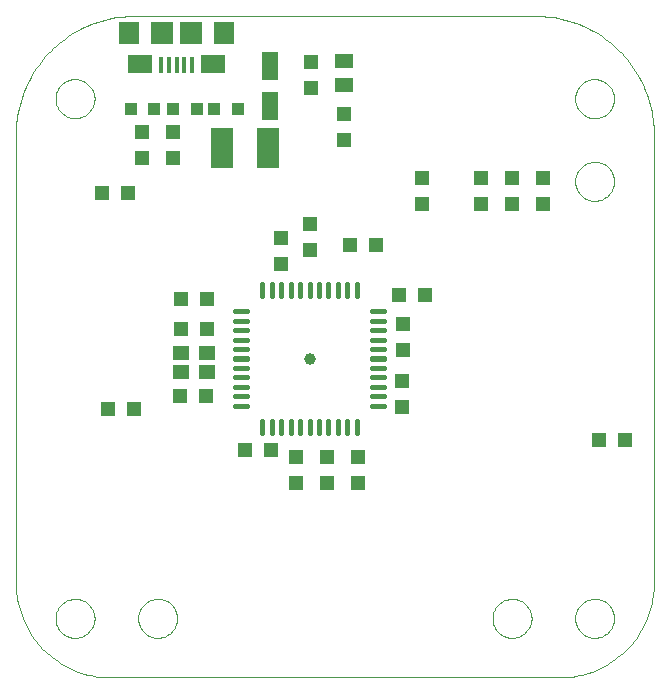
<source format=gtp>
G75*
%MOIN*%
%OFA0B0*%
%FSLAX24Y24*%
%IPPOS*%
%LPD*%
%AMOC8*
5,1,8,0,0,1.08239X$1,22.5*
%
%ADD10C,0.0000*%
%ADD11R,0.0472X0.0472*%
%ADD12R,0.0630X0.0512*%
%ADD13R,0.0551X0.0945*%
%ADD14C,0.0142*%
%ADD15C,0.0394*%
%ADD16R,0.0157X0.0531*%
%ADD17R,0.0709X0.0748*%
%ADD18R,0.0827X0.0630*%
%ADD19R,0.0748X0.0748*%
%ADD20R,0.0748X0.1339*%
%ADD21R,0.0394X0.0394*%
%ADD22R,0.0551X0.0472*%
D10*
X007744Y006169D02*
X022705Y006169D01*
X023236Y008138D02*
X023238Y008188D01*
X023244Y008238D01*
X023254Y008288D01*
X023267Y008336D01*
X023284Y008384D01*
X023305Y008430D01*
X023329Y008474D01*
X023357Y008516D01*
X023388Y008556D01*
X023422Y008593D01*
X023459Y008628D01*
X023498Y008659D01*
X023539Y008688D01*
X023583Y008713D01*
X023629Y008735D01*
X023676Y008753D01*
X023724Y008767D01*
X023773Y008778D01*
X023823Y008785D01*
X023873Y008788D01*
X023924Y008787D01*
X023974Y008782D01*
X024024Y008773D01*
X024072Y008761D01*
X024120Y008744D01*
X024166Y008724D01*
X024211Y008701D01*
X024254Y008674D01*
X024294Y008644D01*
X024332Y008611D01*
X024367Y008575D01*
X024400Y008536D01*
X024429Y008495D01*
X024455Y008452D01*
X024478Y008407D01*
X024497Y008360D01*
X024512Y008312D01*
X024524Y008263D01*
X024532Y008213D01*
X024536Y008163D01*
X024536Y008113D01*
X024532Y008063D01*
X024524Y008013D01*
X024512Y007964D01*
X024497Y007916D01*
X024478Y007869D01*
X024455Y007824D01*
X024429Y007781D01*
X024400Y007740D01*
X024367Y007701D01*
X024332Y007665D01*
X024294Y007632D01*
X024254Y007602D01*
X024211Y007575D01*
X024166Y007552D01*
X024120Y007532D01*
X024072Y007515D01*
X024024Y007503D01*
X023974Y007494D01*
X023924Y007489D01*
X023873Y007488D01*
X023823Y007491D01*
X023773Y007498D01*
X023724Y007509D01*
X023676Y007523D01*
X023629Y007541D01*
X023583Y007563D01*
X023539Y007588D01*
X023498Y007617D01*
X023459Y007648D01*
X023422Y007683D01*
X023388Y007720D01*
X023357Y007760D01*
X023329Y007802D01*
X023305Y007846D01*
X023284Y007892D01*
X023267Y007940D01*
X023254Y007988D01*
X023244Y008038D01*
X023238Y008088D01*
X023236Y008138D01*
X022705Y006169D02*
X022815Y006171D01*
X022925Y006177D01*
X023034Y006186D01*
X023143Y006200D01*
X023252Y006217D01*
X023360Y006238D01*
X023467Y006263D01*
X023573Y006291D01*
X023678Y006323D01*
X023782Y006359D01*
X023885Y006398D01*
X023986Y006441D01*
X024086Y006488D01*
X024184Y006538D01*
X024280Y006591D01*
X024374Y006648D01*
X024466Y006708D01*
X024557Y006771D01*
X024644Y006837D01*
X024730Y006906D01*
X024813Y006978D01*
X024893Y007053D01*
X024971Y007131D01*
X025046Y007211D01*
X025118Y007294D01*
X025187Y007380D01*
X025253Y007467D01*
X025316Y007558D01*
X025376Y007650D01*
X025433Y007744D01*
X025486Y007840D01*
X025536Y007938D01*
X025583Y008038D01*
X025626Y008139D01*
X025665Y008242D01*
X025701Y008346D01*
X025733Y008451D01*
X025761Y008557D01*
X025786Y008664D01*
X025807Y008772D01*
X025824Y008881D01*
X025838Y008990D01*
X025847Y009099D01*
X025853Y009209D01*
X025855Y009319D01*
X025854Y009319D02*
X025854Y013059D01*
X025854Y019870D01*
X025854Y024280D01*
X023236Y025461D02*
X023238Y025511D01*
X023244Y025561D01*
X023254Y025611D01*
X023267Y025659D01*
X023284Y025707D01*
X023305Y025753D01*
X023329Y025797D01*
X023357Y025839D01*
X023388Y025879D01*
X023422Y025916D01*
X023459Y025951D01*
X023498Y025982D01*
X023539Y026011D01*
X023583Y026036D01*
X023629Y026058D01*
X023676Y026076D01*
X023724Y026090D01*
X023773Y026101D01*
X023823Y026108D01*
X023873Y026111D01*
X023924Y026110D01*
X023974Y026105D01*
X024024Y026096D01*
X024072Y026084D01*
X024120Y026067D01*
X024166Y026047D01*
X024211Y026024D01*
X024254Y025997D01*
X024294Y025967D01*
X024332Y025934D01*
X024367Y025898D01*
X024400Y025859D01*
X024429Y025818D01*
X024455Y025775D01*
X024478Y025730D01*
X024497Y025683D01*
X024512Y025635D01*
X024524Y025586D01*
X024532Y025536D01*
X024536Y025486D01*
X024536Y025436D01*
X024532Y025386D01*
X024524Y025336D01*
X024512Y025287D01*
X024497Y025239D01*
X024478Y025192D01*
X024455Y025147D01*
X024429Y025104D01*
X024400Y025063D01*
X024367Y025024D01*
X024332Y024988D01*
X024294Y024955D01*
X024254Y024925D01*
X024211Y024898D01*
X024166Y024875D01*
X024120Y024855D01*
X024072Y024838D01*
X024024Y024826D01*
X023974Y024817D01*
X023924Y024812D01*
X023873Y024811D01*
X023823Y024814D01*
X023773Y024821D01*
X023724Y024832D01*
X023676Y024846D01*
X023629Y024864D01*
X023583Y024886D01*
X023539Y024911D01*
X023498Y024940D01*
X023459Y024971D01*
X023422Y025006D01*
X023388Y025043D01*
X023357Y025083D01*
X023329Y025125D01*
X023305Y025169D01*
X023284Y025215D01*
X023267Y025263D01*
X023254Y025311D01*
X023244Y025361D01*
X023238Y025411D01*
X023236Y025461D01*
X025854Y024280D02*
X025852Y024404D01*
X025846Y024527D01*
X025837Y024651D01*
X025823Y024773D01*
X025806Y024896D01*
X025784Y025018D01*
X025759Y025139D01*
X025730Y025259D01*
X025698Y025378D01*
X025661Y025497D01*
X025621Y025614D01*
X025578Y025729D01*
X025530Y025844D01*
X025479Y025956D01*
X025425Y026067D01*
X025367Y026177D01*
X025306Y026284D01*
X025241Y026390D01*
X025173Y026493D01*
X025102Y026594D01*
X025028Y026693D01*
X024951Y026790D01*
X024870Y026884D01*
X024787Y026975D01*
X024701Y027064D01*
X024612Y027150D01*
X024521Y027233D01*
X024427Y027314D01*
X024330Y027391D01*
X024231Y027465D01*
X024130Y027536D01*
X024027Y027604D01*
X023921Y027669D01*
X023814Y027730D01*
X023704Y027788D01*
X023593Y027842D01*
X023481Y027893D01*
X023366Y027941D01*
X023251Y027984D01*
X023134Y028024D01*
X023015Y028061D01*
X022896Y028093D01*
X022776Y028122D01*
X022655Y028147D01*
X022533Y028169D01*
X022410Y028186D01*
X022288Y028200D01*
X022164Y028209D01*
X022041Y028215D01*
X021917Y028217D01*
X018020Y028217D01*
X017980Y028217D01*
X012469Y028217D01*
X008531Y028217D01*
X005913Y025461D02*
X005915Y025511D01*
X005921Y025561D01*
X005931Y025611D01*
X005944Y025659D01*
X005961Y025707D01*
X005982Y025753D01*
X006006Y025797D01*
X006034Y025839D01*
X006065Y025879D01*
X006099Y025916D01*
X006136Y025951D01*
X006175Y025982D01*
X006216Y026011D01*
X006260Y026036D01*
X006306Y026058D01*
X006353Y026076D01*
X006401Y026090D01*
X006450Y026101D01*
X006500Y026108D01*
X006550Y026111D01*
X006601Y026110D01*
X006651Y026105D01*
X006701Y026096D01*
X006749Y026084D01*
X006797Y026067D01*
X006843Y026047D01*
X006888Y026024D01*
X006931Y025997D01*
X006971Y025967D01*
X007009Y025934D01*
X007044Y025898D01*
X007077Y025859D01*
X007106Y025818D01*
X007132Y025775D01*
X007155Y025730D01*
X007174Y025683D01*
X007189Y025635D01*
X007201Y025586D01*
X007209Y025536D01*
X007213Y025486D01*
X007213Y025436D01*
X007209Y025386D01*
X007201Y025336D01*
X007189Y025287D01*
X007174Y025239D01*
X007155Y025192D01*
X007132Y025147D01*
X007106Y025104D01*
X007077Y025063D01*
X007044Y025024D01*
X007009Y024988D01*
X006971Y024955D01*
X006931Y024925D01*
X006888Y024898D01*
X006843Y024875D01*
X006797Y024855D01*
X006749Y024838D01*
X006701Y024826D01*
X006651Y024817D01*
X006601Y024812D01*
X006550Y024811D01*
X006500Y024814D01*
X006450Y024821D01*
X006401Y024832D01*
X006353Y024846D01*
X006306Y024864D01*
X006260Y024886D01*
X006216Y024911D01*
X006175Y024940D01*
X006136Y024971D01*
X006099Y025006D01*
X006065Y025043D01*
X006034Y025083D01*
X006006Y025125D01*
X005982Y025169D01*
X005961Y025215D01*
X005944Y025263D01*
X005931Y025311D01*
X005921Y025361D01*
X005915Y025411D01*
X005913Y025461D01*
X004594Y024280D02*
X004594Y009319D01*
X005913Y008138D02*
X005915Y008188D01*
X005921Y008238D01*
X005931Y008288D01*
X005944Y008336D01*
X005961Y008384D01*
X005982Y008430D01*
X006006Y008474D01*
X006034Y008516D01*
X006065Y008556D01*
X006099Y008593D01*
X006136Y008628D01*
X006175Y008659D01*
X006216Y008688D01*
X006260Y008713D01*
X006306Y008735D01*
X006353Y008753D01*
X006401Y008767D01*
X006450Y008778D01*
X006500Y008785D01*
X006550Y008788D01*
X006601Y008787D01*
X006651Y008782D01*
X006701Y008773D01*
X006749Y008761D01*
X006797Y008744D01*
X006843Y008724D01*
X006888Y008701D01*
X006931Y008674D01*
X006971Y008644D01*
X007009Y008611D01*
X007044Y008575D01*
X007077Y008536D01*
X007106Y008495D01*
X007132Y008452D01*
X007155Y008407D01*
X007174Y008360D01*
X007189Y008312D01*
X007201Y008263D01*
X007209Y008213D01*
X007213Y008163D01*
X007213Y008113D01*
X007209Y008063D01*
X007201Y008013D01*
X007189Y007964D01*
X007174Y007916D01*
X007155Y007869D01*
X007132Y007824D01*
X007106Y007781D01*
X007077Y007740D01*
X007044Y007701D01*
X007009Y007665D01*
X006971Y007632D01*
X006931Y007602D01*
X006888Y007575D01*
X006843Y007552D01*
X006797Y007532D01*
X006749Y007515D01*
X006701Y007503D01*
X006651Y007494D01*
X006601Y007489D01*
X006550Y007488D01*
X006500Y007491D01*
X006450Y007498D01*
X006401Y007509D01*
X006353Y007523D01*
X006306Y007541D01*
X006260Y007563D01*
X006216Y007588D01*
X006175Y007617D01*
X006136Y007648D01*
X006099Y007683D01*
X006065Y007720D01*
X006034Y007760D01*
X006006Y007802D01*
X005982Y007846D01*
X005961Y007892D01*
X005944Y007940D01*
X005931Y007988D01*
X005921Y008038D01*
X005915Y008088D01*
X005913Y008138D01*
X004594Y009319D02*
X004596Y009209D01*
X004602Y009099D01*
X004611Y008990D01*
X004625Y008881D01*
X004642Y008772D01*
X004663Y008664D01*
X004688Y008557D01*
X004716Y008451D01*
X004748Y008346D01*
X004784Y008242D01*
X004823Y008139D01*
X004866Y008038D01*
X004913Y007938D01*
X004963Y007840D01*
X005016Y007744D01*
X005073Y007650D01*
X005133Y007558D01*
X005196Y007467D01*
X005262Y007380D01*
X005331Y007294D01*
X005403Y007211D01*
X005478Y007131D01*
X005556Y007053D01*
X005636Y006978D01*
X005719Y006906D01*
X005805Y006837D01*
X005892Y006771D01*
X005983Y006708D01*
X006075Y006648D01*
X006169Y006591D01*
X006265Y006538D01*
X006363Y006488D01*
X006463Y006441D01*
X006564Y006398D01*
X006667Y006359D01*
X006771Y006323D01*
X006876Y006291D01*
X006982Y006263D01*
X007089Y006238D01*
X007197Y006217D01*
X007306Y006200D01*
X007415Y006186D01*
X007524Y006177D01*
X007634Y006171D01*
X007744Y006169D01*
X008669Y008138D02*
X008671Y008188D01*
X008677Y008238D01*
X008687Y008288D01*
X008700Y008336D01*
X008717Y008384D01*
X008738Y008430D01*
X008762Y008474D01*
X008790Y008516D01*
X008821Y008556D01*
X008855Y008593D01*
X008892Y008628D01*
X008931Y008659D01*
X008972Y008688D01*
X009016Y008713D01*
X009062Y008735D01*
X009109Y008753D01*
X009157Y008767D01*
X009206Y008778D01*
X009256Y008785D01*
X009306Y008788D01*
X009357Y008787D01*
X009407Y008782D01*
X009457Y008773D01*
X009505Y008761D01*
X009553Y008744D01*
X009599Y008724D01*
X009644Y008701D01*
X009687Y008674D01*
X009727Y008644D01*
X009765Y008611D01*
X009800Y008575D01*
X009833Y008536D01*
X009862Y008495D01*
X009888Y008452D01*
X009911Y008407D01*
X009930Y008360D01*
X009945Y008312D01*
X009957Y008263D01*
X009965Y008213D01*
X009969Y008163D01*
X009969Y008113D01*
X009965Y008063D01*
X009957Y008013D01*
X009945Y007964D01*
X009930Y007916D01*
X009911Y007869D01*
X009888Y007824D01*
X009862Y007781D01*
X009833Y007740D01*
X009800Y007701D01*
X009765Y007665D01*
X009727Y007632D01*
X009687Y007602D01*
X009644Y007575D01*
X009599Y007552D01*
X009553Y007532D01*
X009505Y007515D01*
X009457Y007503D01*
X009407Y007494D01*
X009357Y007489D01*
X009306Y007488D01*
X009256Y007491D01*
X009206Y007498D01*
X009157Y007509D01*
X009109Y007523D01*
X009062Y007541D01*
X009016Y007563D01*
X008972Y007588D01*
X008931Y007617D01*
X008892Y007648D01*
X008855Y007683D01*
X008821Y007720D01*
X008790Y007760D01*
X008762Y007802D01*
X008738Y007846D01*
X008717Y007892D01*
X008700Y007940D01*
X008687Y007988D01*
X008677Y008038D01*
X008671Y008088D01*
X008669Y008138D01*
X020480Y008138D02*
X020482Y008188D01*
X020488Y008238D01*
X020498Y008288D01*
X020511Y008336D01*
X020528Y008384D01*
X020549Y008430D01*
X020573Y008474D01*
X020601Y008516D01*
X020632Y008556D01*
X020666Y008593D01*
X020703Y008628D01*
X020742Y008659D01*
X020783Y008688D01*
X020827Y008713D01*
X020873Y008735D01*
X020920Y008753D01*
X020968Y008767D01*
X021017Y008778D01*
X021067Y008785D01*
X021117Y008788D01*
X021168Y008787D01*
X021218Y008782D01*
X021268Y008773D01*
X021316Y008761D01*
X021364Y008744D01*
X021410Y008724D01*
X021455Y008701D01*
X021498Y008674D01*
X021538Y008644D01*
X021576Y008611D01*
X021611Y008575D01*
X021644Y008536D01*
X021673Y008495D01*
X021699Y008452D01*
X021722Y008407D01*
X021741Y008360D01*
X021756Y008312D01*
X021768Y008263D01*
X021776Y008213D01*
X021780Y008163D01*
X021780Y008113D01*
X021776Y008063D01*
X021768Y008013D01*
X021756Y007964D01*
X021741Y007916D01*
X021722Y007869D01*
X021699Y007824D01*
X021673Y007781D01*
X021644Y007740D01*
X021611Y007701D01*
X021576Y007665D01*
X021538Y007632D01*
X021498Y007602D01*
X021455Y007575D01*
X021410Y007552D01*
X021364Y007532D01*
X021316Y007515D01*
X021268Y007503D01*
X021218Y007494D01*
X021168Y007489D01*
X021117Y007488D01*
X021067Y007491D01*
X021017Y007498D01*
X020968Y007509D01*
X020920Y007523D01*
X020873Y007541D01*
X020827Y007563D01*
X020783Y007588D01*
X020742Y007617D01*
X020703Y007648D01*
X020666Y007683D01*
X020632Y007720D01*
X020601Y007760D01*
X020573Y007802D01*
X020549Y007846D01*
X020528Y007892D01*
X020511Y007940D01*
X020498Y007988D01*
X020488Y008038D01*
X020482Y008088D01*
X020480Y008138D01*
X023236Y022705D02*
X023238Y022755D01*
X023244Y022805D01*
X023254Y022855D01*
X023267Y022903D01*
X023284Y022951D01*
X023305Y022997D01*
X023329Y023041D01*
X023357Y023083D01*
X023388Y023123D01*
X023422Y023160D01*
X023459Y023195D01*
X023498Y023226D01*
X023539Y023255D01*
X023583Y023280D01*
X023629Y023302D01*
X023676Y023320D01*
X023724Y023334D01*
X023773Y023345D01*
X023823Y023352D01*
X023873Y023355D01*
X023924Y023354D01*
X023974Y023349D01*
X024024Y023340D01*
X024072Y023328D01*
X024120Y023311D01*
X024166Y023291D01*
X024211Y023268D01*
X024254Y023241D01*
X024294Y023211D01*
X024332Y023178D01*
X024367Y023142D01*
X024400Y023103D01*
X024429Y023062D01*
X024455Y023019D01*
X024478Y022974D01*
X024497Y022927D01*
X024512Y022879D01*
X024524Y022830D01*
X024532Y022780D01*
X024536Y022730D01*
X024536Y022680D01*
X024532Y022630D01*
X024524Y022580D01*
X024512Y022531D01*
X024497Y022483D01*
X024478Y022436D01*
X024455Y022391D01*
X024429Y022348D01*
X024400Y022307D01*
X024367Y022268D01*
X024332Y022232D01*
X024294Y022199D01*
X024254Y022169D01*
X024211Y022142D01*
X024166Y022119D01*
X024120Y022099D01*
X024072Y022082D01*
X024024Y022070D01*
X023974Y022061D01*
X023924Y022056D01*
X023873Y022055D01*
X023823Y022058D01*
X023773Y022065D01*
X023724Y022076D01*
X023676Y022090D01*
X023629Y022108D01*
X023583Y022130D01*
X023539Y022155D01*
X023498Y022184D01*
X023459Y022215D01*
X023422Y022250D01*
X023388Y022287D01*
X023357Y022327D01*
X023329Y022369D01*
X023305Y022413D01*
X023284Y022459D01*
X023267Y022507D01*
X023254Y022555D01*
X023244Y022605D01*
X023238Y022655D01*
X023236Y022705D01*
X008531Y028217D02*
X008407Y028215D01*
X008284Y028209D01*
X008160Y028200D01*
X008038Y028186D01*
X007915Y028169D01*
X007793Y028147D01*
X007672Y028122D01*
X007552Y028093D01*
X007433Y028061D01*
X007314Y028024D01*
X007197Y027984D01*
X007082Y027941D01*
X006967Y027893D01*
X006855Y027842D01*
X006744Y027788D01*
X006634Y027730D01*
X006527Y027669D01*
X006421Y027604D01*
X006318Y027536D01*
X006217Y027465D01*
X006118Y027391D01*
X006021Y027314D01*
X005927Y027233D01*
X005836Y027150D01*
X005747Y027064D01*
X005661Y026975D01*
X005578Y026884D01*
X005497Y026790D01*
X005420Y026693D01*
X005346Y026594D01*
X005275Y026493D01*
X005207Y026390D01*
X005142Y026284D01*
X005081Y026177D01*
X005023Y026067D01*
X004969Y025956D01*
X004918Y025844D01*
X004870Y025729D01*
X004827Y025614D01*
X004787Y025497D01*
X004750Y025378D01*
X004718Y025259D01*
X004689Y025139D01*
X004664Y025018D01*
X004642Y024896D01*
X004625Y024773D01*
X004611Y024651D01*
X004602Y024527D01*
X004596Y024404D01*
X004594Y024280D01*
D11*
X007469Y022311D03*
X008335Y022311D03*
X008807Y023477D03*
X008807Y024344D03*
X009831Y024344D03*
X009831Y023477D03*
X013413Y020815D03*
X013413Y019949D03*
X014398Y020421D03*
X014398Y021287D03*
X015736Y020579D03*
X016602Y020579D03*
X017350Y018925D03*
X018217Y018925D03*
X017508Y017941D03*
X017508Y017075D03*
X017469Y016051D03*
X017469Y015185D03*
X016012Y013531D03*
X016012Y012665D03*
X014949Y012665D03*
X014949Y013531D03*
X013925Y013531D03*
X013103Y013748D03*
X012237Y013748D03*
X013925Y012665D03*
X010933Y015564D03*
X010067Y015564D03*
X008531Y015116D03*
X007665Y015116D03*
X010106Y017769D03*
X010972Y017769D03*
X010953Y018787D03*
X010087Y018787D03*
X015520Y024073D03*
X015520Y024939D03*
X014435Y025805D03*
X014435Y026671D03*
X018138Y022823D03*
X018138Y021957D03*
X020106Y021957D03*
X020106Y022823D03*
X021130Y022823D03*
X021130Y021957D03*
X022154Y021957D03*
X022154Y022823D03*
X024043Y014083D03*
X024909Y014083D03*
D12*
X015530Y025918D03*
X015530Y026706D03*
D13*
X013059Y026563D03*
X013059Y025224D03*
D14*
X013121Y019272D02*
X013121Y018864D01*
X013121Y019272D02*
X013155Y019272D01*
X013155Y018864D01*
X013121Y018864D01*
X013121Y019005D02*
X013155Y019005D01*
X013155Y019146D02*
X013121Y019146D01*
X012806Y019272D02*
X012806Y018864D01*
X012806Y019272D02*
X012840Y019272D01*
X012840Y018864D01*
X012806Y018864D01*
X012806Y019005D02*
X012840Y019005D01*
X012840Y019146D02*
X012806Y019146D01*
X013436Y019272D02*
X013436Y018864D01*
X013436Y019272D02*
X013470Y019272D01*
X013470Y018864D01*
X013436Y018864D01*
X013436Y019005D02*
X013470Y019005D01*
X013470Y019146D02*
X013436Y019146D01*
X013751Y019272D02*
X013751Y018864D01*
X013751Y019272D02*
X013785Y019272D01*
X013785Y018864D01*
X013751Y018864D01*
X013751Y019005D02*
X013785Y019005D01*
X013785Y019146D02*
X013751Y019146D01*
X014066Y019272D02*
X014066Y018864D01*
X014066Y019272D02*
X014100Y019272D01*
X014100Y018864D01*
X014066Y018864D01*
X014066Y019005D02*
X014100Y019005D01*
X014100Y019146D02*
X014066Y019146D01*
X014381Y019272D02*
X014381Y018864D01*
X014381Y019272D02*
X014415Y019272D01*
X014415Y018864D01*
X014381Y018864D01*
X014381Y019005D02*
X014415Y019005D01*
X014415Y019146D02*
X014381Y019146D01*
X014696Y019272D02*
X014696Y018864D01*
X014696Y019272D02*
X014730Y019272D01*
X014730Y018864D01*
X014696Y018864D01*
X014696Y019005D02*
X014730Y019005D01*
X014730Y019146D02*
X014696Y019146D01*
X015011Y019272D02*
X015011Y018864D01*
X015011Y019272D02*
X015045Y019272D01*
X015045Y018864D01*
X015011Y018864D01*
X015011Y019005D02*
X015045Y019005D01*
X015045Y019146D02*
X015011Y019146D01*
X015326Y019272D02*
X015326Y018864D01*
X015326Y019272D02*
X015360Y019272D01*
X015360Y018864D01*
X015326Y018864D01*
X015326Y019005D02*
X015360Y019005D01*
X015360Y019146D02*
X015326Y019146D01*
X015640Y019272D02*
X015640Y018864D01*
X015640Y019272D02*
X015674Y019272D01*
X015674Y018864D01*
X015640Y018864D01*
X015640Y019005D02*
X015674Y019005D01*
X015674Y019146D02*
X015640Y019146D01*
X015955Y019272D02*
X015955Y018864D01*
X015955Y019272D02*
X015989Y019272D01*
X015989Y018864D01*
X015955Y018864D01*
X015955Y019005D02*
X015989Y019005D01*
X015989Y019146D02*
X015955Y019146D01*
X016477Y018376D02*
X016477Y018342D01*
X016477Y018376D02*
X016885Y018376D01*
X016885Y018342D01*
X016477Y018342D01*
X016477Y018061D02*
X016477Y018027D01*
X016477Y018061D02*
X016885Y018061D01*
X016885Y018027D01*
X016477Y018027D01*
X016477Y017746D02*
X016477Y017712D01*
X016477Y017746D02*
X016885Y017746D01*
X016885Y017712D01*
X016477Y017712D01*
X016477Y017431D02*
X016477Y017397D01*
X016477Y017431D02*
X016885Y017431D01*
X016885Y017397D01*
X016477Y017397D01*
X016477Y017116D02*
X016477Y017082D01*
X016477Y017116D02*
X016885Y017116D01*
X016885Y017082D01*
X016477Y017082D01*
X016477Y016801D02*
X016477Y016767D01*
X016477Y016801D02*
X016885Y016801D01*
X016885Y016767D01*
X016477Y016767D01*
X016477Y016486D02*
X016477Y016452D01*
X016477Y016486D02*
X016885Y016486D01*
X016885Y016452D01*
X016477Y016452D01*
X016477Y016172D02*
X016477Y016138D01*
X016477Y016172D02*
X016885Y016172D01*
X016885Y016138D01*
X016477Y016138D01*
X016477Y015857D02*
X016477Y015823D01*
X016477Y015857D02*
X016885Y015857D01*
X016885Y015823D01*
X016477Y015823D01*
X016477Y015542D02*
X016477Y015508D01*
X016477Y015542D02*
X016885Y015542D01*
X016885Y015508D01*
X016477Y015508D01*
X016477Y015227D02*
X016477Y015193D01*
X016477Y015227D02*
X016885Y015227D01*
X016885Y015193D01*
X016477Y015193D01*
X015955Y014705D02*
X015955Y014297D01*
X015955Y014705D02*
X015989Y014705D01*
X015989Y014297D01*
X015955Y014297D01*
X015955Y014438D02*
X015989Y014438D01*
X015989Y014579D02*
X015955Y014579D01*
X015640Y014705D02*
X015640Y014297D01*
X015640Y014705D02*
X015674Y014705D01*
X015674Y014297D01*
X015640Y014297D01*
X015640Y014438D02*
X015674Y014438D01*
X015674Y014579D02*
X015640Y014579D01*
X015326Y014705D02*
X015326Y014297D01*
X015326Y014705D02*
X015360Y014705D01*
X015360Y014297D01*
X015326Y014297D01*
X015326Y014438D02*
X015360Y014438D01*
X015360Y014579D02*
X015326Y014579D01*
X015011Y014705D02*
X015011Y014297D01*
X015011Y014705D02*
X015045Y014705D01*
X015045Y014297D01*
X015011Y014297D01*
X015011Y014438D02*
X015045Y014438D01*
X015045Y014579D02*
X015011Y014579D01*
X014696Y014705D02*
X014696Y014297D01*
X014696Y014705D02*
X014730Y014705D01*
X014730Y014297D01*
X014696Y014297D01*
X014696Y014438D02*
X014730Y014438D01*
X014730Y014579D02*
X014696Y014579D01*
X014381Y014705D02*
X014381Y014297D01*
X014381Y014705D02*
X014415Y014705D01*
X014415Y014297D01*
X014381Y014297D01*
X014381Y014438D02*
X014415Y014438D01*
X014415Y014579D02*
X014381Y014579D01*
X014066Y014705D02*
X014066Y014297D01*
X014066Y014705D02*
X014100Y014705D01*
X014100Y014297D01*
X014066Y014297D01*
X014066Y014438D02*
X014100Y014438D01*
X014100Y014579D02*
X014066Y014579D01*
X013751Y014705D02*
X013751Y014297D01*
X013751Y014705D02*
X013785Y014705D01*
X013785Y014297D01*
X013751Y014297D01*
X013751Y014438D02*
X013785Y014438D01*
X013785Y014579D02*
X013751Y014579D01*
X013436Y014705D02*
X013436Y014297D01*
X013436Y014705D02*
X013470Y014705D01*
X013470Y014297D01*
X013436Y014297D01*
X013436Y014438D02*
X013470Y014438D01*
X013470Y014579D02*
X013436Y014579D01*
X013121Y014705D02*
X013121Y014297D01*
X013121Y014705D02*
X013155Y014705D01*
X013155Y014297D01*
X013121Y014297D01*
X013121Y014438D02*
X013155Y014438D01*
X013155Y014579D02*
X013121Y014579D01*
X012806Y014705D02*
X012806Y014297D01*
X012806Y014705D02*
X012840Y014705D01*
X012840Y014297D01*
X012806Y014297D01*
X012806Y014438D02*
X012840Y014438D01*
X012840Y014579D02*
X012806Y014579D01*
X011910Y015193D02*
X011910Y015227D01*
X012318Y015227D01*
X012318Y015193D01*
X011910Y015193D01*
X011910Y015508D02*
X011910Y015542D01*
X012318Y015542D01*
X012318Y015508D01*
X011910Y015508D01*
X011910Y015823D02*
X011910Y015857D01*
X012318Y015857D01*
X012318Y015823D01*
X011910Y015823D01*
X011910Y016138D02*
X011910Y016172D01*
X012318Y016172D01*
X012318Y016138D01*
X011910Y016138D01*
X011910Y016452D02*
X011910Y016486D01*
X012318Y016486D01*
X012318Y016452D01*
X011910Y016452D01*
X011910Y016767D02*
X011910Y016801D01*
X012318Y016801D01*
X012318Y016767D01*
X011910Y016767D01*
X011910Y017082D02*
X011910Y017116D01*
X012318Y017116D01*
X012318Y017082D01*
X011910Y017082D01*
X011910Y017397D02*
X011910Y017431D01*
X012318Y017431D01*
X012318Y017397D01*
X011910Y017397D01*
X011910Y017712D02*
X011910Y017746D01*
X012318Y017746D01*
X012318Y017712D01*
X011910Y017712D01*
X011910Y018027D02*
X011910Y018061D01*
X012318Y018061D01*
X012318Y018027D01*
X011910Y018027D01*
X011910Y018342D02*
X011910Y018376D01*
X012318Y018376D01*
X012318Y018342D01*
X011910Y018342D01*
D15*
X014398Y016784D03*
D16*
X010461Y026583D03*
X010205Y026583D03*
X009949Y026583D03*
X009693Y026583D03*
X009437Y026583D03*
D17*
X008374Y027636D03*
X011524Y027636D03*
D18*
X011169Y026632D03*
X008728Y026632D03*
D19*
X009476Y027636D03*
X010421Y027636D03*
D20*
X011465Y023807D03*
X013000Y023807D03*
D21*
X011996Y025106D03*
X011209Y025106D03*
X010618Y025106D03*
X009831Y025106D03*
X009201Y025106D03*
X008413Y025106D03*
D22*
X010106Y016996D03*
X010106Y016366D03*
X010972Y016366D03*
X010972Y016996D03*
M02*

</source>
